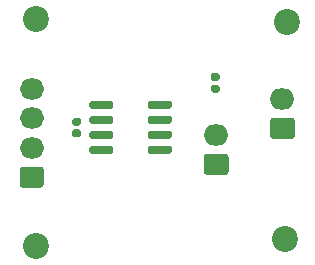
<source format=gbr>
%TF.GenerationSoftware,KiCad,Pcbnew,(5.1.10)-1*%
%TF.CreationDate,2021-12-28T15:59:08-05:00*%
%TF.ProjectId,CAN Transceiver Breakout,43414e20-5472-4616-9e73-636569766572,rev?*%
%TF.SameCoordinates,Original*%
%TF.FileFunction,Soldermask,Top*%
%TF.FilePolarity,Negative*%
%FSLAX46Y46*%
G04 Gerber Fmt 4.6, Leading zero omitted, Abs format (unit mm)*
G04 Created by KiCad (PCBNEW (5.1.10)-1) date 2021-12-28 15:59:08*
%MOMM*%
%LPD*%
G01*
G04 APERTURE LIST*
%ADD10O,2.100000X1.800000*%
%ADD11C,2.200000*%
%ADD12O,2.050000X1.800000*%
G04 APERTURE END LIST*
D10*
%TO.C,J3*%
X107420000Y-74220000D03*
G36*
G01*
X108205295Y-77620000D02*
X106634705Y-77620000D01*
G75*
G02*
X106370000Y-77355295I0J264705D01*
G01*
X106370000Y-76084705D01*
G75*
G02*
X106634705Y-75820000I264705J0D01*
G01*
X108205295Y-75820000D01*
G75*
G02*
X108470000Y-76084705I0J-264705D01*
G01*
X108470000Y-77355295D01*
G75*
G02*
X108205295Y-77620000I-264705J0D01*
G01*
G37*
%TD*%
D11*
%TO.C,H4*%
X113260000Y-83070000D03*
%TD*%
%TO.C,H3*%
X92200000Y-83600000D03*
%TD*%
%TO.C,H2*%
X113440000Y-64680000D03*
%TD*%
%TO.C,H1*%
X92200000Y-64400000D03*
%TD*%
%TO.C,U1*%
G36*
G01*
X101620000Y-71850000D02*
X101620000Y-71500000D01*
G75*
G02*
X101795000Y-71325000I175000J0D01*
G01*
X103495000Y-71325000D01*
G75*
G02*
X103670000Y-71500000I0J-175000D01*
G01*
X103670000Y-71850000D01*
G75*
G02*
X103495000Y-72025000I-175000J0D01*
G01*
X101795000Y-72025000D01*
G75*
G02*
X101620000Y-71850000I0J175000D01*
G01*
G37*
G36*
G01*
X101620000Y-73120000D02*
X101620000Y-72770000D01*
G75*
G02*
X101795000Y-72595000I175000J0D01*
G01*
X103495000Y-72595000D01*
G75*
G02*
X103670000Y-72770000I0J-175000D01*
G01*
X103670000Y-73120000D01*
G75*
G02*
X103495000Y-73295000I-175000J0D01*
G01*
X101795000Y-73295000D01*
G75*
G02*
X101620000Y-73120000I0J175000D01*
G01*
G37*
G36*
G01*
X101620000Y-74390000D02*
X101620000Y-74040000D01*
G75*
G02*
X101795000Y-73865000I175000J0D01*
G01*
X103495000Y-73865000D01*
G75*
G02*
X103670000Y-74040000I0J-175000D01*
G01*
X103670000Y-74390000D01*
G75*
G02*
X103495000Y-74565000I-175000J0D01*
G01*
X101795000Y-74565000D01*
G75*
G02*
X101620000Y-74390000I0J175000D01*
G01*
G37*
G36*
G01*
X101620000Y-75660000D02*
X101620000Y-75310000D01*
G75*
G02*
X101795000Y-75135000I175000J0D01*
G01*
X103495000Y-75135000D01*
G75*
G02*
X103670000Y-75310000I0J-175000D01*
G01*
X103670000Y-75660000D01*
G75*
G02*
X103495000Y-75835000I-175000J0D01*
G01*
X101795000Y-75835000D01*
G75*
G02*
X101620000Y-75660000I0J175000D01*
G01*
G37*
G36*
G01*
X96670000Y-75660000D02*
X96670000Y-75310000D01*
G75*
G02*
X96845000Y-75135000I175000J0D01*
G01*
X98545000Y-75135000D01*
G75*
G02*
X98720000Y-75310000I0J-175000D01*
G01*
X98720000Y-75660000D01*
G75*
G02*
X98545000Y-75835000I-175000J0D01*
G01*
X96845000Y-75835000D01*
G75*
G02*
X96670000Y-75660000I0J175000D01*
G01*
G37*
G36*
G01*
X96670000Y-74390000D02*
X96670000Y-74040000D01*
G75*
G02*
X96845000Y-73865000I175000J0D01*
G01*
X98545000Y-73865000D01*
G75*
G02*
X98720000Y-74040000I0J-175000D01*
G01*
X98720000Y-74390000D01*
G75*
G02*
X98545000Y-74565000I-175000J0D01*
G01*
X96845000Y-74565000D01*
G75*
G02*
X96670000Y-74390000I0J175000D01*
G01*
G37*
G36*
G01*
X96670000Y-73120000D02*
X96670000Y-72770000D01*
G75*
G02*
X96845000Y-72595000I175000J0D01*
G01*
X98545000Y-72595000D01*
G75*
G02*
X98720000Y-72770000I0J-175000D01*
G01*
X98720000Y-73120000D01*
G75*
G02*
X98545000Y-73295000I-175000J0D01*
G01*
X96845000Y-73295000D01*
G75*
G02*
X96670000Y-73120000I0J175000D01*
G01*
G37*
G36*
G01*
X96670000Y-71850000D02*
X96670000Y-71500000D01*
G75*
G02*
X96845000Y-71325000I175000J0D01*
G01*
X98545000Y-71325000D01*
G75*
G02*
X98720000Y-71500000I0J-175000D01*
G01*
X98720000Y-71850000D01*
G75*
G02*
X98545000Y-72025000I-175000J0D01*
G01*
X96845000Y-72025000D01*
G75*
G02*
X96670000Y-71850000I0J175000D01*
G01*
G37*
%TD*%
%TO.C,R1*%
G36*
G01*
X107132500Y-69960000D02*
X107527500Y-69960000D01*
G75*
G02*
X107700000Y-70132500I0J-172500D01*
G01*
X107700000Y-70477500D01*
G75*
G02*
X107527500Y-70650000I-172500J0D01*
G01*
X107132500Y-70650000D01*
G75*
G02*
X106960000Y-70477500I0J172500D01*
G01*
X106960000Y-70132500D01*
G75*
G02*
X107132500Y-69960000I172500J0D01*
G01*
G37*
G36*
G01*
X107132500Y-68990000D02*
X107527500Y-68990000D01*
G75*
G02*
X107700000Y-69162500I0J-172500D01*
G01*
X107700000Y-69507500D01*
G75*
G02*
X107527500Y-69680000I-172500J0D01*
G01*
X107132500Y-69680000D01*
G75*
G02*
X106960000Y-69507500I0J172500D01*
G01*
X106960000Y-69162500D01*
G75*
G02*
X107132500Y-68990000I172500J0D01*
G01*
G37*
%TD*%
D10*
%TO.C,J2*%
X113030000Y-71160000D03*
G36*
G01*
X113815295Y-74560000D02*
X112244705Y-74560000D01*
G75*
G02*
X111980000Y-74295295I0J264705D01*
G01*
X111980000Y-73024705D01*
G75*
G02*
X112244705Y-72760000I264705J0D01*
G01*
X113815295Y-72760000D01*
G75*
G02*
X114080000Y-73024705I0J-264705D01*
G01*
X114080000Y-74295295D01*
G75*
G02*
X113815295Y-74560000I-264705J0D01*
G01*
G37*
%TD*%
D12*
%TO.C,J1*%
X91800000Y-70300000D03*
X91800000Y-72800000D03*
X91800000Y-75300000D03*
G36*
G01*
X92560295Y-78700000D02*
X91039705Y-78700000D01*
G75*
G02*
X90775000Y-78435295I0J264705D01*
G01*
X90775000Y-77164705D01*
G75*
G02*
X91039705Y-76900000I264705J0D01*
G01*
X92560295Y-76900000D01*
G75*
G02*
X92825000Y-77164705I0J-264705D01*
G01*
X92825000Y-78435295D01*
G75*
G02*
X92560295Y-78700000I-264705J0D01*
G01*
G37*
%TD*%
%TO.C,C1*%
G36*
G01*
X95797500Y-73460000D02*
X95402500Y-73460000D01*
G75*
G02*
X95230000Y-73287500I0J172500D01*
G01*
X95230000Y-72942500D01*
G75*
G02*
X95402500Y-72770000I172500J0D01*
G01*
X95797500Y-72770000D01*
G75*
G02*
X95970000Y-72942500I0J-172500D01*
G01*
X95970000Y-73287500D01*
G75*
G02*
X95797500Y-73460000I-172500J0D01*
G01*
G37*
G36*
G01*
X95797500Y-74430000D02*
X95402500Y-74430000D01*
G75*
G02*
X95230000Y-74257500I0J172500D01*
G01*
X95230000Y-73912500D01*
G75*
G02*
X95402500Y-73740000I172500J0D01*
G01*
X95797500Y-73740000D01*
G75*
G02*
X95970000Y-73912500I0J-172500D01*
G01*
X95970000Y-74257500D01*
G75*
G02*
X95797500Y-74430000I-172500J0D01*
G01*
G37*
%TD*%
M02*

</source>
